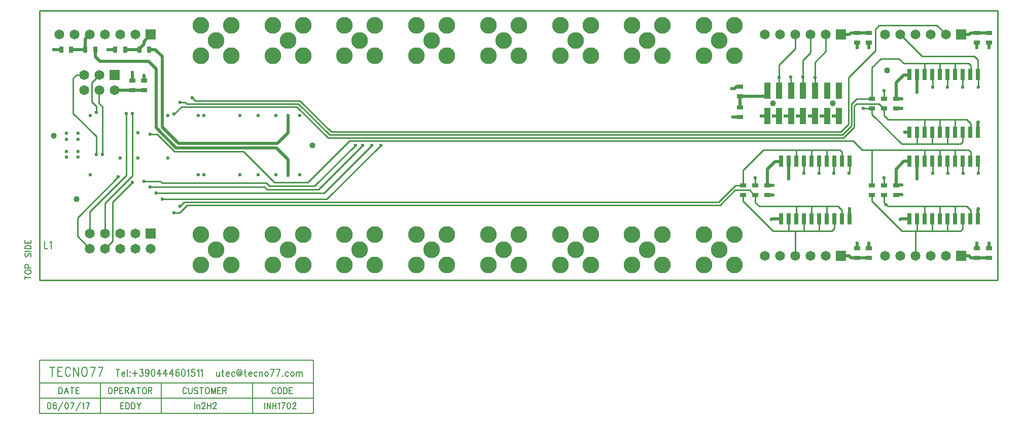
<source format=gbr>
%FSLAX35Y35*%
%MOIN*%
%SFA1.000B1.000*%

G04 Copyright (c) 2015-2018 in2H2 inc.
G04 System developed for in2H2 inc. by Intermotion Technology, Inc.
G04 
G04 Full system RTL, C sources and board design files available at https://github.com/nearist
G04 
G04 in2H2 inc. Team Members:
G04 - Chris McCormick - Algorithm Research and Design
G04 - Matt McCormick - Board Production, System Q/A
G04 
G04 Intermotion Technology Inc. Team Members:
G04 - Mick Fandrich - Project Lead
G04 - Dr. Ludovico Minati - Board Architecture and Design, FPGA Technology Advisor
G04 - Vardan Movsisyan - RTL Team Lead
G04 - Khachatur Gyozalyan - RTL Design
G04 - Tigran Papazyan - RTL Design
G04 - Taron Harutyunyan - RTL Design
G04 - Hayk Ghaltaghchyan - System Software
G04 
G04 Tecno77 S.r.l. Team Members:
G04 - Stefano Aldrigo, Board Layout Design
G04 
G04 We dedicate this project to the memory of Bruce McCormick, an AI pioneer
G04 and advocate, a good friend and father.
G04 
G04 These materials are provided free of charge: you can redistribute them and/or modify  
G04 them under the terms of the GNU General Public License as published by  
G04 the Free Software Foundation, version 3.
G04 
G04 These materials are distributed in the hope that they will be useful, but 
G04 WITHOUT ANY WARRANTY; without even the implied warranty of 
G04 MERCHANTABILITY or FITNESS FOR A PARTICULAR PURPOSE. See the GNU 
G04 General Public License for more details.
G04 In particular, this design should be treated as UNVERIFIED and UNCERTIFIED
G04 
G04 You should have received a copy of the GNU General Public License 
G04 along with this design. If not, see <http://www.gnu.org/licenses/>.

%FSLAX35Y35*%
%MOIN*%
%SFA1.000B1.000*%

%MIA0B0*%
%IPPOS*%
%ADD11C,0.00800*%
%ADD12R,0.04000X0.03000*%
%ADD13R,0.03000X0.04000*%
%ADD14R,0.06500X0.06500*%
%ADD15C,0.06500*%
%ADD16R,0.03937X0.10827*%
%ADD17C,0.03900*%
%ADD18R,0.02500X0.07500*%
%ADD19C,0.11000*%
%ADD20C,0.04000*%
%ADD21C,0.00984*%
%ADD22C,0.01969*%
%ADD23C,0.02362*%
%ADD25C,0.00700*%
%LNtop.gbr*%
%LPD*%
G54D12*X637402Y262649D03*Y256249D03*X168898Y224753D03*Y231153D03*X662992Y162255D03*Y155855D03*X716142Y262649D03*Y256249D03*X637402Y114517D03*Y120917D03*X716142Y114517D03*Y120917D03*X662992Y219342D03*Y212942D03*X578346Y162255D03*Y155855D03*X560630Y213436D03*Y207036D03*X645276Y256249D03*Y262649D03*X562598Y155855D03*Y162255D03*X570472D03*Y155855D03*X161024Y231153D03*Y224753D03*X647244Y155855D03*Y162255D03*X655118D03*Y155855D03*X724016Y256249D03*Y262649D03*X645276Y120917D03*Y114517D03*X724016Y120917D03*Y114517D03*X647244Y212942D03*Y219342D03*X655118D03*Y212942D03*X560630Y227216D03*Y220816D03*G54D13*X120917Y251575D03*X114517D03*X156350D03*X149950D03*X136665D03*X130265D03*X172098D03*X165698D03*G54D14*X173307Y261417D03*X173150Y130591D03*X149370Y234921D03*X626969Y261417D03*X705709D03*X626969Y115748D03*X705709D03*G54D15*X163307Y261417D03*X153307D03*X143307D03*X133307D03*X123307D03*X113307D03*X173150Y120591D03*X163150Y130591D03*Y120591D03*X153150Y130591D03*Y120591D03*X143150Y130591D03*Y120591D03*X133150Y130591D03*Y120591D03*X149370Y224921D03*X139370Y234921D03*Y224921D03*X129370Y234921D03*Y224921D03*X616969Y261417D03*X606969D03*X596969D03*X586969D03*X576969D03*X695709D03*X685709D03*X675709D03*X665709D03*X655709D03*X616969Y115748D03*X606969D03*X596969D03*X586969D03*X576969D03*X695709D03*X685709D03*X675709D03*X665709D03*X655709D03*G54D16*X578347Y207776D03*Y224508D03*X586221Y207776D03*Y224508D03*X594095Y207776D03*Y224508D03*X601969Y207776D03*Y224508D03*X609843Y207776D03*Y224508D03*X617717Y207776D03*Y224508D03*X625591Y207776D03*Y224508D03*G54D17*X582284Y216142D03*X621654D03*X279616Y188583D03*X109360Y194835D03*G54D18*X671988Y197142D03*X676988D03*X681988D03*X686988D03*X691988D03*X696988D03*X701988D03*X706988D03*X711988D03*X716988D03*Y235142D03*X711988D03*X706988D03*X701988D03*X696988D03*X691988D03*X686988D03*X681988D03*X676988D03*X671988D03*X587343Y140055D03*X592343D03*X597343D03*X602343D03*X607343D03*X612343D03*X617343D03*X622343D03*X627343D03*X632343D03*Y178055D03*X627343D03*X622343D03*X617343D03*X612343D03*X607343D03*X602343D03*X597343D03*X592343D03*X587343D03*X671988Y140055D03*X676988D03*X681988D03*X686988D03*X691988D03*X696988D03*X701988D03*X706988D03*X711988D03*X716988D03*Y178055D03*X711988D03*X706988D03*X701988D03*X696988D03*X691988D03*X686988D03*X681988D03*X676988D03*X671988D03*G54D19*X357874Y257480D03*X367874Y267480D03*Y247480D03*X347874Y267480D03*Y247480D03*X310630Y257480D03*X320630Y267480D03*Y247480D03*X300630Y267480D03*Y247480D03*X263386Y257480D03*X273386Y267480D03*Y247480D03*X253386Y267480D03*Y247480D03*X216142Y257480D03*X226142Y267480D03*Y247480D03*X206142Y267480D03*Y247480D03*X546850Y257480D03*X556850Y267480D03*Y247480D03*X536850Y267480D03*Y247480D03*X499606Y257480D03*X509606Y267480D03*Y247480D03*X489606Y267480D03*Y247480D03*X452362Y257480D03*X462362Y267480D03*Y247480D03*X442362Y267480D03*Y247480D03*X405118Y257480D03*X415118Y267480D03*Y247480D03*X395118Y267480D03*Y247480D03*X546850Y119685D03*X536850Y109685D03*Y129685D03*X556850Y109685D03*Y129685D03*X499606Y119685D03*X489606Y109685D03*Y129685D03*X509606Y109685D03*Y129685D03*X452362Y119685D03*X442362Y109685D03*Y129685D03*X462362Y109685D03*Y129685D03*X405118Y119685D03*X395118Y109685D03*Y129685D03*X415118Y109685D03*Y129685D03*X357874Y119685D03*X347874Y109685D03*Y129685D03*X367874Y109685D03*Y129685D03*X310630Y119685D03*X300630Y109685D03*Y129685D03*X320630Y109685D03*Y129685D03*X263386Y119685D03*X253386Y109685D03*Y129685D03*X273386Y109685D03*Y129685D03*X216142Y119685D03*X206142Y109685D03*Y129685D03*X226142Y109685D03*Y129685D03*G54D20*X124606Y153150D03*X657087Y237795D03*G54D23*X645276Y124213D03*X637402D03*X724016D03*X716142D03*X188583Y144094D03*X581299Y139961D03*X632480Y146752D03*X665945Y139961D03*X717126Y146752D03*X151969Y167717D03*X161024Y164173D03*X172835Y161024D03*X176772Y157087D03*X180709Y153150D03*X168898Y164961D03*X192520Y148425D03*X570472Y167323D03*X582233Y155855D03*Y162255D03*X592343Y166555D03*X655118Y167323D03*X656496Y149606D03*X666929Y156102D03*X666879Y162402D03*X676969Y166535D03*X125591Y184646D03*X117717D03*Y180709D03*X125591D03*X137402Y182480D03*X141339D03*X133465Y169051D03*X153150Y180315D03*X164961D03*X184646D03*X204331Y169051D03*X208268D03*X231890D03*X243701D03*X255512D03*X263386Y168898D03*X271260Y169051D03*X602362Y170276D03*X612343Y170335D03*X622244Y170276D03*X632283D03*X687008D03*X697047D03*X707087D03*X717126D03*X125591Y192520D03*X117717D03*X125591Y196457D03*X117717D03*X164961Y196850D03*X172835Y195866D03*X307677Y188583D03*X312598D03*X318504D03*X324409D03*X555709Y207087D03*X582382Y207776D03*X574409Y207874D03*X606004Y207776D03*X598130D03*X590256D03*X621752D03*X613878D03*X668898Y197047D03*X717126Y203839D03*X137402Y210039D03*X133465Y208114D03*X161024Y209646D03*X157087D03*X184646Y208114D03*X192520Y216929D03*X200394Y219882D03*X188583Y209055D03*X204331Y208114D03*X208268D03*X231890D03*X243701D03*X263386Y208268D03*X255512Y208114D03*X271260D03*X555315Y225787D03*X641535Y212992D03*X655118Y224409D03*X666879Y212942D03*Y219342D03*X687008Y226969D03*X676988Y223642D03*X696949Y226969D03*X706791D03*X717126D03*X161024Y236417D03*X168898Y234449D03*X586220Y233268D03*X601969Y233661D03*X593898Y233465D03*X609843Y233268D03*X109646Y251575D03*X145079D03*X177559Y250197D03*X645276Y252953D03*X637402D03*X724016D03*X716142D03*G54D11*X103543Y125493D02*G01Y120571D01*X105589*X107123Y124555D02*G01X107464Y124790D01*X107975Y125493*Y120571*X140000Y32224D02*G01Y12224D01*X180000Y32224D02*G01Y12224D01*X240000Y32224D02*G01Y12224D01*X100000Y47224D02*G01X280000D01*Y12224*X100000*Y47224*Y32224D02*G01X280000D01*X100000Y22224D02*G01X280000D01*X108491Y42662D02*G01Y36624D01*X106900Y42662D02*G01X110082D01*X112127D02*G01Y36624D01*Y42662D02*G01X115082D01*X112127Y39787D02*G01X113945D01*X112127Y36624D02*G01X115082D01*X120536Y41224D02*G01X120309Y41799D01*X119855Y42374*X119400Y42662*X118491*X118036Y42374*X117582Y41799*X117355Y41224*X117127Y40362*Y38924*X117355Y38062*X117582Y37487*X118036Y36912*X118491Y36624*X119400*X119855Y36912*X120309Y37487*X120536Y38062*X122582Y42662D02*G01Y36624D01*Y42662D02*G01X125764Y36624D01*Y42662D02*G01Y36624D01*X129173Y42662D02*G01X128718Y42374D01*X128264Y41799*X128036Y41224*X127809Y40362*Y38924*X128036Y38062*X128264Y37487*X128718Y36912*X129173Y36624*X130082*X130536Y36912*X130991Y37487*X131218Y38062*X131445Y38924*Y40362*X131218Y41224*X130991Y41799*X130536Y42374*X130082Y42662*X129173*X136673D02*G01X134400Y36624D01*X133491Y42662D02*G01X136673D01*X141900D02*G01X139627Y36624D01*X138718Y42662D02*G01X141900D01*G54D21*X143150Y120591D02*G01X148031Y125472D01*Y151181*X161024Y164173*X125000Y140748D02*G01Y128740D01*X133150Y120591*X125000Y140748D02*G01X151969Y167717D01*X133150Y130591D02*G01Y144764D01*X157087Y168701*Y209646*X143150Y130591D02*G01Y150630D01*X161024Y168504*Y197244*Y209646*X188583Y144094D02*G01X192126D01*X197244Y149213*X547441*X557283Y159055*X566732*X569882Y155855*X570472*X602343Y132283D02*G01X596969D01*Y115748*X592343Y132283D02*G01X596969D01*X602343D02*G01X612343D01*X607343Y140055D02*G01Y148425D01*X602343Y140055D02*G01Y132283D01*X592343Y140055D02*G01Y132283D01*X612343D02*G01X620866D01*X622343Y133760*Y140055*X612343Y132283D02*G01Y140055D01*X627343D02*G01X627362Y140075D01*Y145866*X617343Y140055D02*G01Y148425D01*X676988Y132283D02*G01X675709D01*Y115748*X676988Y132283D02*G01X686988D01*X696988*X686988Y140055D02*G01Y132283D01*X676988Y140055D02*G01Y132283D01*X696988D02*G01X705512D01*X706988Y133760*Y140055*X696988Y132283D02*G01Y140055D01*X711988D02*G01X712008Y140075D01*Y145866*X172835Y161024D02*G01X248031D01*X249606Y159449*X283465*X312598Y188583*X176772Y157087D02*G01X287008D01*X318504Y188583*X180709Y153150D02*G01X288976D01*X324409Y188583*X168898Y164961D02*G01X179528D01*X180709Y163780*X249213*X251181Y161811*X280906*X307677Y188583*X192520Y148425D02*G01X195276Y151181D01*X546457*X557531Y162255*X562598*Y172047*X575984Y185433*X597343*X562598Y155855D02*G01Y151870D01*X582185Y132283*X592343*X570472Y155855D02*G01Y150984D01*X573031Y148425*X597343*X570472Y162255D02*G01Y167323D01*X607343Y148425D02*G01X597343D01*Y140055*X607343Y148425D02*G01X617343D01*X624803*X627362Y145866*X647244Y162255D02*G01Y185433D01*Y155855D02*G01Y151870D01*X666831Y132283*X675709*X656496Y149606D02*G01X657677Y148425D01*X681988*X655118Y155855D02*G01Y150984D01*X656496Y149606*X655118Y162255D02*G01Y167323D01*X691988Y148425D02*G01X681988D01*Y140055*X701988Y148425D02*G01X691988D01*Y140055*X701988Y148425D02*G01X709449D01*X712008Y145866*X701988Y148425D02*G01Y140055D01*X607343Y178055D02*G01Y185433D01*X617343*X607343D02*G01X597343D01*Y178055*X602343D02*G01X602362Y170276D01*X617343Y185433D02*G01X626181D01*X627362Y184252*X612343Y170335D02*G01Y178055D01*X622244Y170276D02*G01Y178055D01*X622343*X617343D02*G01Y185433D01*X627343Y178055D02*G01X627362Y178075D01*Y184252*X632283Y170276D02*G01X632343Y170335D01*Y178055*X647244Y185433D02*G01X681988D01*Y178055*Y185433D02*G01X691988D01*X686988Y178055D02*G01X687008Y178035D01*Y170276*X701988Y178055D02*G01Y185433D01*X710827*X712008Y184252*X691988Y178055D02*G01Y185433D01*X701988*X696988Y178055D02*G01Y170335D01*X697047Y170276*X706988Y178055D02*G01Y170374D01*X707087Y170276*X711988Y178055D02*G01X712008Y178075D01*Y184252*X716988Y178055D02*G01X717126Y177917D01*Y170276*X172835Y195866D02*G01X177559D01*X188976Y184449*X234055*X254331Y164173*X276378*X303740Y191535*X634843*X640945Y185433*X647244*X691988Y205512D02*G01X681988D01*Y197142*X696988Y189370D02*G01X686988D01*Y197142*X676988D02*G01Y189370D01*X686988*X701988Y205512D02*G01X709449D01*X712008Y202953*X696988Y189370D02*G01X705512D01*X706988Y190846*Y197142*X696988Y189370D02*G01Y197142D01*X691988D02*G01Y205512D01*X701988*Y197142D02*G01Y205512D01*X711988Y197142D02*G01X712008Y197161D01*Y202953*X122244Y209646D02*G01X137402Y194488D01*Y182480*X122244Y209646D02*G01Y232677D01*X124488Y234921*X129370*X134449Y217126D02*G01X137402Y214173D01*Y210039*X134449Y217126D02*G01Y230000D01*X139370Y234921*X139173Y216339D02*G01X141339Y214173D01*Y182480*X139173Y216339D02*G01Y224724D01*X139370Y224921*X192520Y216929D02*G01X195866D01*X196850Y215945*X270276*X290748Y195472*X627756*X633661Y201378*Y215798*X637205Y219342*X647244*X200394Y219882D02*G01X202362Y217913D01*X271260*X291732Y197441*X626772*X631693Y202362*Y233071*X649409Y250787*Y264961*X651969Y267520*X689961*X695709Y261772*Y261417*X188583Y209055D02*G01X193504Y213976D01*X269291*X289764Y193504*X628642*X635630Y200492*Y214567*X637008Y215945*X651772*X654184Y213532*X654528*X655118Y212942*X641535Y212992D02*G01X647194D01*X647244Y212942*Y219342D02*G01Y239764D01*X653150Y245669*X664961*X668110Y242520*X681988*X647244Y212942D02*G01Y208957D01*X666831Y189370*X676988*Y197142*X655118Y224409D02*G01Y219342D01*Y212942D02*G01Y208071D01*X657677Y205512*X681988*X696949Y226969D02*G01Y235142D01*X696988*X706791Y226969D02*G01Y235142D01*X706988*X586220Y233268D02*G01Y241535D01*X596969Y252283*Y261417*X586220Y233268D02*G01X586221Y224508D01*X601969Y233661D02*G01Y244488D01*X606969Y249488*Y261417*X601969Y233661D02*G01Y224508D01*X593898Y233465D02*G01Y231102D01*X594094Y230906*X594095Y224508*X609843Y233268D02*G01Y243307D01*X616969Y250433*Y261417*X609843Y233268D02*G01Y224508D01*X681988Y235142D02*G01Y242520D01*X691988*X686988Y235142D02*G01X687008Y226969D01*X691988Y235142D02*G01Y242520D01*X701988*X710827*X712008Y241339*X701988Y235142D02*G01Y242520D01*X711988Y235142D02*G01X712008Y235161D01*Y241339*X716988Y235142D02*G01Y234114D01*X717126Y234055*Y226969*X665709Y261417D02*G01X680079Y247047D01*X714626*X716988Y244685*Y235142*X100003Y277165D02*G01X729924D01*Y100000*X100003*Y277165*G54D22*X626969Y115748D02*G01X632283D01*X633515Y114517*X637402*X645276Y120917D02*G01Y124213D01*X637402Y120917D02*G01Y124213D01*Y114517D02*G01X645276D01*X705709Y115748D02*G01X711024D01*X712255Y114517*X716142*X724016Y120917D02*G01Y124213D01*X716142Y120917D02*G01Y124213D01*Y114517D02*G01X724016D01*X581299Y139961D02*G01X581394Y140055D01*X587343*X632343D02*G01Y146614D01*X632480Y146752*X665945Y139961D02*G01X666039Y140055D01*X671988*X716988D02*G01Y146614D01*X717126Y146752*X578346Y155855D02*G01X582233D01*Y162255D02*G01X578346D01*Y172791*X583465Y177909*X587196*X587343Y178055*X662992Y162402D02*G01Y172937D01*X668110Y178055*X671988*X662992Y162402D02*G01X666879D01*X662992Y155855D02*G01X663043Y156102D01*X666929*X662992Y162255D02*G01Y162402D01*X676969Y166535D02*G01Y178035D01*X676988Y178055*X592343D02*G01Y166555D01*X555709Y207087D02*G01X560580D01*X560630Y207036*X582382Y207776D02*G01X586221D01*X574409Y207874D02*G01X578248D01*X578347Y207776*X606004D02*G01X609843D01*X598130D02*G01X601969D01*X590256D02*G01X594095D01*X621752D02*G01X625591D01*X613878D02*G01X617717D01*X668898Y197047D02*G01X668992Y197142D01*X671988*X716988D02*G01Y203701D01*X717126Y203839*X161024Y224753D02*G01X168898D01*X149370Y224921D02*G01X149539Y224753D01*X161024*X555315Y225787D02*G01X555365Y225838D01*X556940*X558318Y227216*X560630*Y220816D02*G01X561271Y220866D01*X578346*X578347Y224508*X560630Y220816D02*G01Y213436D01*X662992Y212942D02*G01X666879D01*Y219342D02*G01X662992D01*Y229877*X668110Y234995*X671842*X671988Y235142*X161024Y231153D02*G01Y236417D01*X168898Y231153D02*G01Y234449D01*X676988Y235142D02*G01Y223642D01*X109646Y251575D02*G01X114517D01*X120917D02*G01X130265D01*X145079D02*G01X149950D01*X130265D02*G01Y258375D01*X133307Y261417*X136665Y251575D02*G01Y246850D01*X139814Y243701*X171850*X176772Y238780*Y200197*X189961Y187008*X255709*X263386Y179331*Y168898*X165698Y251575D02*G01Y252075D01*X168701Y255078*Y256811*X173307Y261417*X156350Y251575D02*G01X165698D01*X177559Y250197D02*G01X180709Y247047D01*Y200591*X191339Y189961*X256496*X263386Y196850*Y208268*X172098Y251575D02*G01X176181D01*X177559Y250197*X626969Y261417D02*G01X632283D01*X633515Y262649*X637402*X645276Y252953D02*G01Y256249D01*X637402Y252953D02*G01Y256249D01*Y262649D02*G01X645276D01*X705709Y261417D02*G01X711024D01*X712255Y262649*X716142*X724016Y252953D02*G01Y256249D01*X716142Y252953D02*G01Y256249D01*Y262649D02*G01X724016D01*G54D25*X151543Y41037D02*G01Y36574D01*X150350Y41037D02*G01X152736D01*X154270Y38274D02*G01X156316D01*Y38699*X156145Y39124*X155975Y39337*X155634Y39549*X155123*X154782Y39337*X154441Y38912*X154270Y38274*Y37849*X154441Y37212*X154782Y36787*X155123Y36574*X155634*X155975Y36787*X156316Y37212*X157850Y41037D02*G01Y36574D01*X159555Y39549D02*G01X159384Y39337D01*X159555Y39124*X159725Y39337*X159555Y39549*Y36999D02*G01X159384Y36787D01*X159555Y36574*X159725Y36787*X159555Y36999*X162793Y40399D02*G01Y36574D01*X161259Y38487D02*G01X164327D01*X166202Y41037D02*G01X168077D01*X167055Y39337*X167566*X167907Y39124*X168077Y38912*X168248Y38274*Y37849*X168077Y37212*X167736Y36787*X167225Y36574*X166714*X166202Y36787*X166032Y36999*X165861Y37424*X171998Y39549D02*G01X171827Y38912D01*X171486Y38487*X170975Y38274*X170805*X170293Y38487*X169952Y38912*X169782Y39549*Y39762*X169952Y40399*X170293Y40824*X170805Y41037*X170975*X171486Y40824*X171827Y40399*X171998Y39549*Y38487*X171827Y37424*X171486Y36787*X170975Y36574*X170634*X170123Y36787*X169952Y37212*X174555Y41037D02*G01X174043Y40824D01*X173702Y40187*X173532Y39124*Y38487*X173702Y37424*X174043Y36787*X174555Y36574*X174895*X175407Y36787*X175748Y37424*X175918Y38487*Y39124*X175748Y40187*X175407Y40824*X174895Y41037*X174555*X179157D02*G01X177452Y38062D01*X180009*X179157Y41037D02*G01Y36574D01*X183248Y41037D02*G01X181543Y38062D01*X184100*X183248Y41037D02*G01Y36574D01*X187339Y41037D02*G01X185634Y38062D01*X188191*X187339Y41037D02*G01Y36574D01*X191770Y40399D02*G01X191600Y40824D01*X191089Y41037*X190748*X190236Y40824*X189895Y40187*X189725Y39124*Y38062*X189895Y37212*X190236Y36787*X190748Y36574*X190918*X191430Y36787*X191770Y37212*X191941Y37849*Y38062*X191770Y38699*X191430Y39124*X190918Y39337*X190748*X190236Y39124*X189895Y38699*X189725Y38062*X194498Y41037D02*G01X193986Y40824D01*X193645Y40187*X193475Y39124*Y38487*X193645Y37424*X193986Y36787*X194498Y36574*X194839*X195350Y36787*X195691Y37424*X195861Y38487*Y39124*X195691Y40187*X195350Y40824*X194839Y41037*X194498*X197395Y40187D02*G01X197736Y40399D01*X198248Y41037*Y36574*X201998Y41037D02*G01X200293D01*X200123Y39124*X200293Y39337*X200805Y39549*X201316*X201827Y39337*X202168Y38912*X202339Y38274*X202168Y37849*X201998Y37212*X201657Y36787*X201145Y36574*X200634*X200123Y36787*X199952Y36999*X199782Y37424*X203873Y40187D02*G01X204214Y40399D01*X204725Y41037*Y36574*X206259Y40187D02*G01X206600Y40399D01*X207111Y41037*Y36574*X216486Y39549D02*G01Y37424D01*X216657Y36787*X216998Y36574*X217509*X217850Y36787*X218361Y37424*Y39549D02*G01Y36574D01*X220407Y41037D02*G01Y37424D01*X220577Y36787*X220918Y36574*X221259*X219895Y39549D02*G01X221089D01*X222793Y38274D02*G01X224839D01*Y38699*X224668Y39124*X224498Y39337*X224157Y39549*X223645*X223305Y39337*X222964Y38912*X222793Y38274*Y37849*X222964Y37212*X223305Y36787*X223645Y36574*X224157*X224498Y36787*X224839Y37212*X228418Y38912D02*G01X228077Y39337D01*X227736Y39549*X227225*X226884Y39337*X226543Y38912*X226373Y38274*Y37849*X226543Y37212*X226884Y36787*X227225Y36574*X227736*X228077Y36787*X228418Y37212*X232168Y36787D02*G01X231486D01*X230634Y36999*X230293Y37424*X229952Y38274*Y39337*X230293Y40399*X230634Y40824*X232168*X232680Y40399*X233020Y39762*X233191Y38699*X233020Y37849*X232850Y37637*X232168Y37424D02*G01X231998Y37637D01*Y39762*Y39337D02*G01X231657Y39549D01*X231316*X230975Y39337*X230805Y38912*Y38487*X230975Y38062*X231316Y37849*X231657*X231998Y38062*X232168Y37424D02*G01X232680D01*X232850Y37637*X235236Y41037D02*G01Y37424D01*X235407Y36787*X235748Y36574*X236089*X234725Y39549D02*G01X235918D01*X237623Y38274D02*G01X239668D01*Y38699*X239498Y39124*X239327Y39337*X238986Y39549*X238475*X238134Y39337*X237793Y38912*X237623Y38274*Y37849*X237793Y37212*X238134Y36787*X238475Y36574*X238986*X239327Y36787*X239668Y37212*X243248Y38912D02*G01X242907Y39337D01*X242566Y39549*X242055*X241714Y39337*X241373Y38912*X241202Y38274*Y37849*X241373Y37212*X241714Y36787*X242055Y36574*X242566*X242907Y36787*X243248Y37212*X244782Y39549D02*G01Y36574D01*Y38699D02*G01X245293Y39337D01*X245634Y39549*X246145*X246486Y39337*X246657Y38699*Y36574*X249043Y39549D02*G01X248702Y39337D01*X248361Y38912*X248191Y38274*Y37849*X248361Y37212*X248702Y36787*X249043Y36574*X249555*X249895Y36787*X250236Y37212*X250407Y37849*Y38274*X250236Y38912*X249895Y39337*X249555Y39549*X249043*X254327Y41037D02*G01X252623Y36574D01*X251941Y41037D02*G01X254327D01*X258248D02*G01X256543Y36574D01*X255861Y41037D02*G01X258248D01*X259952Y36999D02*G01X259782Y36787D01*X259952Y36574*X260123Y36787*X259952Y36999*X263702Y38912D02*G01X263361Y39337D01*X263020Y39549*X262509*X262168Y39337*X261827Y38912*X261657Y38274*Y37849*X261827Y37212*X262168Y36787*X262509Y36574*X263020*X263361Y36787*X263702Y37212*X266089Y39549D02*G01X265748Y39337D01*X265407Y38912*X265236Y38274*Y37849*X265407Y37212*X265748Y36787*X266089Y36574*X266600*X266941Y36787*X267282Y37212*X267452Y37849*Y38274*X267282Y38912*X266941Y39337*X266600Y39549*X266089*X268986D02*G01Y36574D01*Y38699D02*G01X269498Y39337D01*X269839Y39549*X270350*X270691Y39337*X270861Y38699*Y36574*Y38699D02*G01X271373Y39337D01*X271714Y39549*X272225*X272566Y39337*X272736Y38699*Y36574*X153452Y19209D02*G01Y15074D01*Y19209D02*G01X155520D01*X153452Y17240D02*G01X154725D01*X153452Y15074D02*G01X155520D01*X156952Y19209D02*G01Y15074D01*Y19209D02*G01X158066D01*X158543Y19012*X158861Y18618*X159020Y18224*X159180Y17634*Y16649*X159020Y16059*X158861Y15665*X158543Y15271*X158066Y15074*X156952*X160611Y19209D02*G01Y15074D01*Y19209D02*G01X161725D01*X162202Y19012*X162520Y18618*X162680Y18224*X162839Y17634*Y16649*X162680Y16059*X162520Y15665*X162202Y15271*X161725Y15074*X160611*X164270Y19209D02*G01X165543Y17240D01*Y15074*X166816Y19209D02*G01X165543Y17240D01*X106384Y19209D02*G01X105907Y19012D01*X105589Y18421*X105430Y17437*Y16846*X105589Y15862*X105907Y15271*X106384Y15074*X106702*X107180Y15271*X107498Y15862*X107657Y16846*Y17437*X107498Y18421*X107180Y19012*X106702Y19209*X106384*X110998Y18618D02*G01X110839Y19012D01*X110361Y19209*X110043*X109566Y19012*X109248Y18421*X109089Y17437*Y16453*X109248Y15665*X109566Y15271*X110043Y15074*X110202*X110680Y15271*X110998Y15665*X111157Y16256*Y16453*X110998Y17043*X110680Y17437*X110202Y17634*X110043*X109566Y17437*X109248Y17043*X109089Y16453*X115452Y19996D02*G01X112589Y13696D01*X117839Y19209D02*G01X117361Y19012D01*X117043Y18421*X116884Y17437*Y16846*X117043Y15862*X117361Y15271*X117839Y15074*X118157*X118634Y15271*X118952Y15862*X119111Y16846*Y17437*X118952Y18421*X118634Y19012*X118157Y19209*X117839*X122770D02*G01X121180Y15074D01*X120543Y19209D02*G01X122770D01*X127066Y19996D02*G01X124202Y13696D01*X128498Y18421D02*G01X128816Y18618D01*X129293Y19209*Y15074*X132952Y19209D02*G01X131361Y15074D01*X130725Y19209D02*G01X132952D01*X248248D02*G01Y15074D01*X249680Y19209D02*G01Y15074D01*Y19209D02*G01X251907Y15074D01*Y19209D02*G01Y15074D01*X253339Y19209D02*G01Y15074D01*X255566Y19209D02*G01Y15074D01*X253339Y17240D02*G01X255566D01*X256998Y18421D02*G01X257316Y18618D01*X257793Y19209*Y15074*X261452Y19209D02*G01X259861Y15074D01*X259225Y19209D02*G01X261452D01*X263839D02*G01X263361Y19012D01*X263043Y18421*X262884Y17437*Y16846*X263043Y15862*X263361Y15271*X263839Y15074*X264157*X264634Y15271*X264952Y15862*X265111Y16846*Y17437*X264952Y18421*X264634Y19012*X264157Y19209*X263839*X266702Y18224D02*G01Y18421D01*X266861Y18815*X267020Y19012*X267339Y19209*X267975*X268293Y19012*X268452Y18815*X268611Y18421*Y18028*X268452Y17634*X268134Y17043*X266543Y15074*X268770*X112850Y29209D02*G01Y25074D01*Y29209D02*G01X113964D01*X114441Y29012*X114759Y28618*X114918Y28224*X115077Y27634*Y26649*X114918Y26059*X114759Y25665*X114441Y25271*X113964Y25074*X112850*X117782Y29209D02*G01X116509Y25074D01*X117782Y29209D02*G01X119055Y25074D01*X116986Y26453D02*G01X118577D01*X121600Y29209D02*G01Y25074D01*X120486Y29209D02*G01X122714D01*X124145D02*G01Y25074D01*Y29209D02*G01X126214D01*X124145Y27240D02*G01X125418D01*X124145Y25074D02*G01X126214D01*X146305Y29209D02*G01X145986Y29012D01*X145668Y28618*X145509Y28224*X145350Y27634*Y26649*X145509Y26059*X145668Y25665*X145986Y25271*X146305Y25074*X146941*X147259Y25271*X147577Y25665*X147736Y26059*X147895Y26649*Y27634*X147736Y28224*X147577Y28618*X147259Y29012*X146941Y29209*X146305*X149327D02*G01Y25074D01*Y29209D02*G01X150759D01*X151236Y29012*X151395Y28815*X151555Y28421*Y27831*X151395Y27437*X151236Y27240*X150759Y27043*X149327*X152986Y29209D02*G01Y25074D01*Y29209D02*G01X155055D01*X152986Y27240D02*G01X154259D01*X152986Y25074D02*G01X155055D01*X156486Y29209D02*G01Y25074D01*Y29209D02*G01X157918D01*X158395Y29012*X158555Y28815*X158714Y28421*Y28028*X158555Y27634*X158395Y27437*X157918Y27240*X156486*X157600D02*G01X158714Y25074D01*X161418Y29209D02*G01X160145Y25074D01*X161418Y29209D02*G01X162691Y25074D01*X160623Y26453D02*G01X162214D01*X165236Y29209D02*G01Y25074D01*X164123Y29209D02*G01X166350D01*X168736D02*G01X168418Y29012D01*X168100Y28618*X167941Y28224*X167782Y27634*Y26649*X167941Y26059*X168100Y25665*X168418Y25271*X168736Y25074*X169373*X169691Y25271*X170009Y25665*X170168Y26059*X170327Y26649*Y27634*X170168Y28224*X170009Y28618*X169691Y29012*X169373Y29209*X168736*X171759D02*G01Y25074D01*Y29209D02*G01X173191D01*X173668Y29012*X173827Y28815*X173986Y28421*Y28028*X173827Y27634*X173668Y27437*X173191Y27240*X171759*X172873D02*G01X173986Y25074D01*X196736Y28224D02*G01X196577Y28618D01*X196259Y29012*X195941Y29209*X195305*X194986Y29012*X194668Y28618*X194509Y28224*X194350Y27634*Y26649*X194509Y26059*X194668Y25665*X194986Y25271*X195305Y25074*X195941*X196259Y25271*X196577Y25665*X196736Y26059*X198168Y29209D02*G01Y26256D01*X198327Y25665*X198645Y25271*X199123Y25074*X199441*X199918Y25271*X200236Y25665*X200395Y26256*Y29209*X204055Y28618D02*G01X203736Y29012D01*X203259Y29209*X202623*X202145Y29012*X201827Y28618*Y28224*X201986Y27831*X202145Y27634*X202464Y27437*X203418Y27043*X203736Y26846*X203895Y26649*X204055Y26256*Y25665*X203736Y25271*X203259Y25074*X202623*X202145Y25271*X201827Y25665*X206600Y29209D02*G01Y25074D01*X205486Y29209D02*G01X207714D01*X210100D02*G01X209782Y29012D01*X209464Y28618*X209305Y28224*X209145Y27634*Y26649*X209305Y26059*X209464Y25665*X209782Y25271*X210100Y25074*X210736*X211055Y25271*X211373Y25665*X211532Y26059*X211691Y26649*Y27634*X211532Y28224*X211373Y28618*X211055Y29012*X210736Y29209*X210100*X213123D02*G01Y25074D01*Y29209D02*G01X214395Y25074D01*X215668Y29209D02*G01X214395Y25074D01*X215668Y29209D02*G01Y25074D01*X217100Y29209D02*G01Y25074D01*Y29209D02*G01X219168D01*X217100Y27240D02*G01X218373D01*X217100Y25074D02*G01X219168D01*X220600Y29209D02*G01Y25074D01*Y29209D02*G01X222032D01*X222509Y29012*X222668Y28815*X222827Y28421*Y28028*X222668Y27634*X222509Y27437*X222032Y27240*X220600*X221714D02*G01X222827Y25074D01*X255236Y28224D02*G01X255077Y28618D01*X254759Y29012*X254441Y29209*X253805*X253486Y29012*X253168Y28618*X253009Y28224*X252850Y27634*Y26649*X253009Y26059*X253168Y25665*X253486Y25271*X253805Y25074*X254441*X254759Y25271*X255077Y25665*X255236Y26059*X257623Y29209D02*G01X257305Y29012D01*X256986Y28618*X256827Y28224*X256668Y27634*Y26649*X256827Y26059*X256986Y25665*X257305Y25271*X257623Y25074*X258259*X258577Y25271*X258895Y25665*X259055Y26059*X259214Y26649*Y27634*X259055Y28224*X258895Y28618*X258577Y29012*X258259Y29209*X257623*X260645D02*G01Y25074D01*Y29209D02*G01X261759D01*X262236Y29012*X262555Y28618*X262714Y28224*X262873Y27634*Y26649*X262714Y26059*X262555Y25665*X262236Y25271*X261759Y25074*X260645*X264305Y29209D02*G01Y25074D01*Y29209D02*G01X266373D01*X264305Y27240D02*G01X265577D01*X264305Y25074D02*G01X266373D01*X202191Y19209D02*G01Y15074D01*X203623Y17831D02*G01Y15074D01*Y17043D02*G01X204100Y17634D01*X204418Y17831*X204895*X205214Y17634*X205373Y17043*Y15074*X206964Y18224D02*G01Y18421D01*X207123Y18815*X207282Y19012*X207600Y19209*X208236*X208555Y19012*X208714Y18815*X208873Y18421*Y18028*X208714Y17634*X208395Y17043*X206805Y15074*X209032*X210464Y19209D02*G01Y15074D01*X212691Y19209D02*G01Y15074D01*X210464Y17240D02*G01X212691D01*X214282Y18224D02*G01Y18421D01*X214441Y18815*X214600Y19012*X214918Y19209*X215555*X215873Y19012*X216032Y18815*X216191Y18421*Y18028*X216032Y17634*X215714Y17043*X214123Y15074*X216350*X90516Y101464D02*G01X94650D01*X90516Y100350D02*G01Y102577D01*Y104964D02*G01X90712Y104645D01*Y104645D02*G01X91106Y104327D01*X91500Y104168*X92091Y104009*X93075*X93666Y104168*X94059Y104327*X94453Y104645*X94650Y104964*Y105600*X94453Y105918*X94059Y106236*X93666Y106395*X93075Y106555*X92091*X91500Y106395*X91106Y106236*X90712Y105918*Y105918D02*G01X90516Y105600D01*Y104964*Y107986D02*G01X94650D01*X90516D02*G01Y109418D01*X90712Y109895*Y109895D02*G01X90909Y110055D01*X91303Y110214*X91894*X92287Y110055*Y110055D02*G01X92484Y109895D01*X92681Y109418*Y107986*X91106Y117532D02*G01X90712Y117214D01*Y117214D02*G01X90516Y116736D01*Y116100*X90712Y115623*Y115623D02*G01X91106Y115305D01*X91500*X91894Y115464*X92091Y115623*X92287Y115941*Y115941D02*G01X92681Y116895D01*X92878Y117214*X93075Y117373*X93469Y117532*X94059*X94453Y117214*X94650Y116736*Y116100*X94453Y115623*X94059Y115305*X90516Y118964D02*G01X94650D01*X90516Y120395D02*G01X94650D01*X90516D02*G01Y121509D01*X90712Y121986*Y121986D02*G01X91106Y122305D01*X91500Y122464*X92091Y122623*X93075*X93666Y122464*X94059Y122305*X94453Y121986*X94650Y121509*Y120395*X90516Y124055D02*G01X94650D01*X90516D02*G01Y126123D01*X92484Y124055D02*G01Y125327D01*X94650Y124055D02*G01Y126123D01*M02*
</source>
